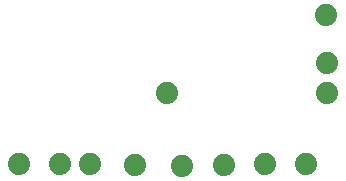
<source format=gbl>
G75*
%MOIN*%
%OFA0B0*%
%FSLAX25Y25*%
%IPPOS*%
%LPD*%
%AMOC8*
5,1,8,0,0,1.08239X$1,22.5*
%
%ADD10C,0.07400*%
D10*
X0062312Y0033769D03*
X0075894Y0033690D03*
X0085894Y0033690D03*
X0100737Y0033375D03*
X0116367Y0033178D03*
X0130658Y0033375D03*
X0144359Y0033769D03*
X0157824Y0033650D03*
X0164792Y0057469D03*
X0164792Y0067469D03*
X0164517Y0083454D03*
X0111603Y0057469D03*
M02*

</source>
